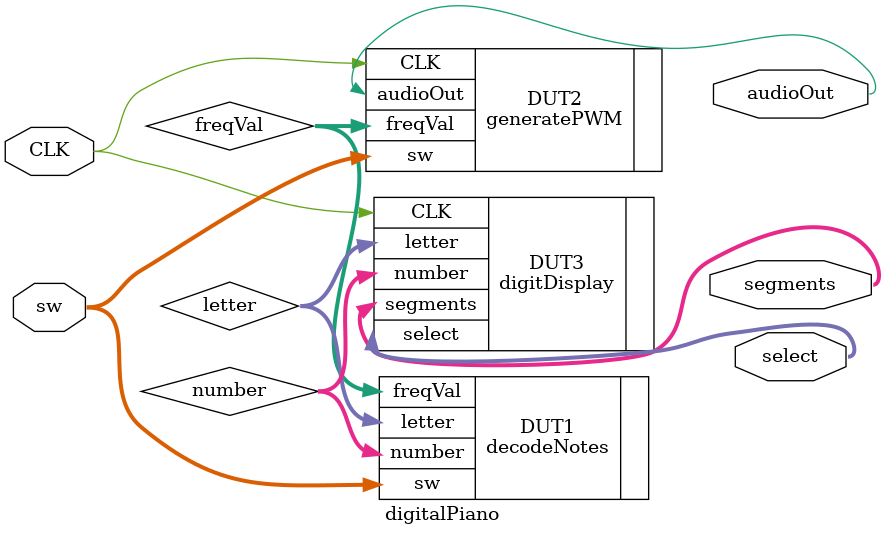
<source format=v>

`timescale 1ns / 1ps

module digitalPiano (input CLK,             // 100 MHz clock
                     input [15:0] sw,       // 16 Switches
                     output audioOut,         // Audio output
                     output [3:0] select,       // Used to select 1 of the 4 digits on the seven-segment display
                     output [6:0] segments);    // Represents the actual 1-digit output value

    wire [17:0] freqVal;    // Frequency value
    wire [6:0] letter;      // Letter of musical note
    wire [6:0] number;      // Octave of musical note

    decodeNotes DUT1 (.sw(sw),              // Instance of decodeNotes module
                      .freqVal(freqVal),
                      .letter(letter),
                      .number(number));

    generatePWM DUT2 (.CLK(CLK),            // Instance of generatePWM module
                      .sw(sw),
                      .freqVal(freqVal),
                      .audioOut(audioOut));
    
    digitDisplay DUT3 (.CLK(CLK),           // Instance of digitDisplay module
                       .letter(letter),
                       .number(number),
                       .select(select),
                       .segments(segments));

endmodule

</source>
